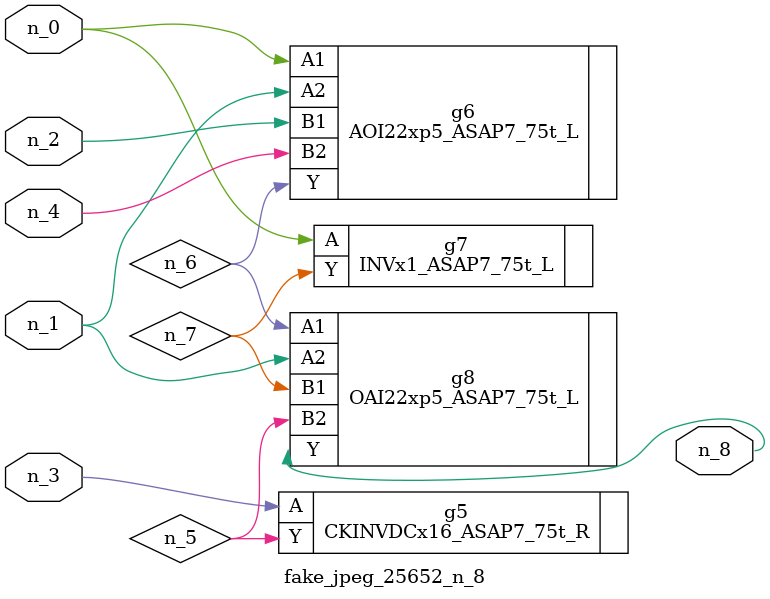
<source format=v>
module fake_jpeg_25652_n_8 (n_3, n_2, n_1, n_0, n_4, n_8);

input n_3;
input n_2;
input n_1;
input n_0;
input n_4;

output n_8;

wire n_6;
wire n_5;
wire n_7;

CKINVDCx16_ASAP7_75t_R g5 ( 
.A(n_3),
.Y(n_5)
);

AOI22xp5_ASAP7_75t_L g6 ( 
.A1(n_0),
.A2(n_1),
.B1(n_2),
.B2(n_4),
.Y(n_6)
);

INVx1_ASAP7_75t_L g7 ( 
.A(n_0),
.Y(n_7)
);

OAI22xp5_ASAP7_75t_L g8 ( 
.A1(n_6),
.A2(n_1),
.B1(n_7),
.B2(n_5),
.Y(n_8)
);


endmodule
</source>
